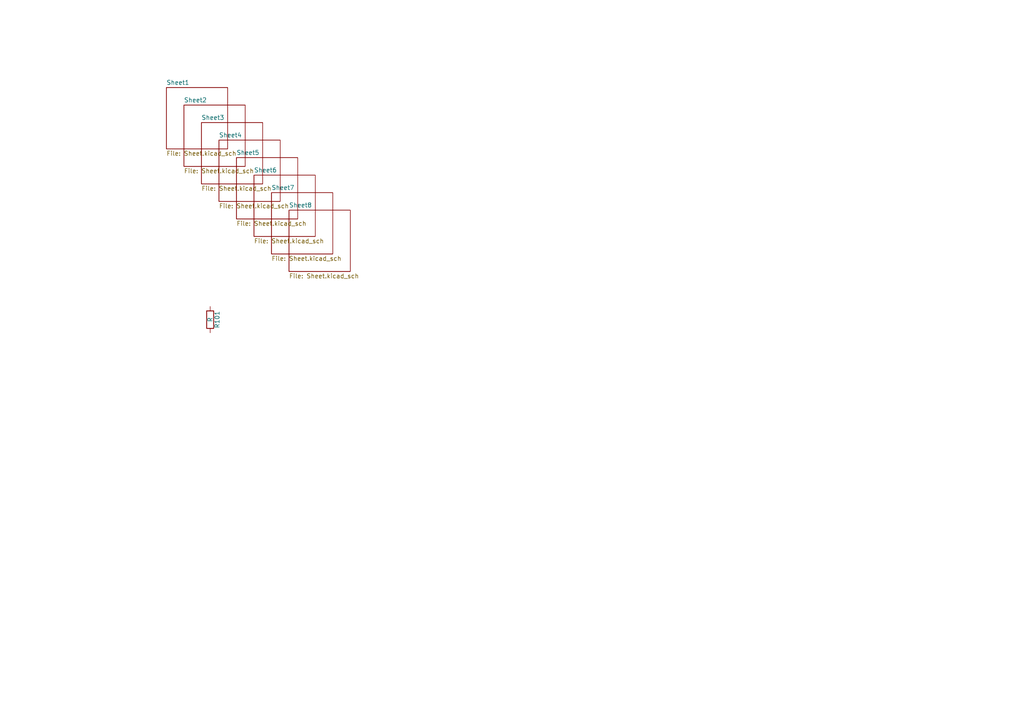
<source format=kicad_sch>
(kicad_sch (version 20211123) (generator eeschema)

  (uuid d0dfd7c1-401d-4f64-8463-f4c0813ac28f)

  (paper "A4")

  (lib_symbols
    (symbol "Device:R" (pin_numbers hide) (pin_names (offset 0)) (in_bom yes) (on_board yes)
      (property "Reference" "R" (id 0) (at 2.032 0 90)
        (effects (font (size 1.27 1.27)))
      )
      (property "Value" "R" (id 1) (at 0 0 90)
        (effects (font (size 1.27 1.27)))
      )
      (property "Footprint" "" (id 2) (at -1.778 0 90)
        (effects (font (size 1.27 1.27)) hide)
      )
      (property "Datasheet" "~" (id 3) (at 0 0 0)
        (effects (font (size 1.27 1.27)) hide)
      )
      (property "ki_keywords" "R res resistor" (id 4) (at 0 0 0)
        (effects (font (size 1.27 1.27)) hide)
      )
      (property "ki_description" "Resistor" (id 5) (at 0 0 0)
        (effects (font (size 1.27 1.27)) hide)
      )
      (property "ki_fp_filters" "R_*" (id 6) (at 0 0 0)
        (effects (font (size 1.27 1.27)) hide)
      )
      (symbol "R_0_1"
        (rectangle (start -1.016 -2.54) (end 1.016 2.54)
          (stroke (width 0.254) (type default) (color 0 0 0 0))
          (fill (type none))
        )
      )
      (symbol "R_1_1"
        (pin passive line (at 0 3.81 270) (length 1.27)
          (name "~" (effects (font (size 1.27 1.27))))
          (number "1" (effects (font (size 1.27 1.27))))
        )
        (pin passive line (at 0 -3.81 90) (length 1.27)
          (name "~" (effects (font (size 1.27 1.27))))
          (number "2" (effects (font (size 1.27 1.27))))
        )
      )
    )
  )


  (symbol (lib_id "Device:R") (at 60.96 92.71 0) (unit 1)
    (in_bom yes) (on_board yes)
    (uuid 6d1d60ff-408a-47a7-892f-c5cf9ef6ca75)
    (property "Reference" "R101" (id 0) (at 62.992 92.71 90))
    (property "Value" "R" (id 1) (at 60.96 92.71 90))
    (property "Footprint" "Resistor_SMD:R_1210_3225Metric_Pad1.30x2.65mm_HandSolder" (id 2) (at 59.182 92.71 90)
      (effects (font (size 1.27 1.27)) hide)
    )
    (property "Datasheet" "~" (id 3) (at 60.96 92.71 0)
      (effects (font (size 1.27 1.27)) hide)
    )
    (pin "1" (uuid e502d1d5-04b0-4d4b-b5c3-8c52d09668e7))
    (pin "2" (uuid 7c04618d-9115-4179-b234-a8faf854ea92))
  )

  (sheet (at 48.26 25.4) (size 17.78 17.78) (fields_autoplaced)
    (stroke (width 0) (type solid) (color 0 0 0 0))
    (fill (color 0 0 0 0.0000))
    (uuid 00000000-0000-0000-0000-00005c66f70d)
    (property "Sheet name" "Sheet1" (id 0) (at 48.26 24.6884 0)
      (effects (font (size 1.27 1.27)) (justify left bottom))
    )
    (property "Sheet file" "Sheet.kicad_sch" (id 1) (at 48.26 43.7646 0)
      (effects (font (size 1.27 1.27)) (justify left top))
    )
  )

  (sheet (at 53.34 30.48) (size 17.78 17.78) (fields_autoplaced)
    (stroke (width 0) (type solid) (color 0 0 0 0))
    (fill (color 0 0 0 0.0000))
    (uuid 00000000-0000-0000-0000-00005c66f723)
    (property "Sheet name" "Sheet2" (id 0) (at 53.34 29.7684 0)
      (effects (font (size 1.27 1.27)) (justify left bottom))
    )
    (property "Sheet file" "Sheet.kicad_sch" (id 1) (at 53.34 48.8446 0)
      (effects (font (size 1.27 1.27)) (justify left top))
    )
  )

  (sheet (at 58.42 35.56) (size 17.78 17.78) (fields_autoplaced)
    (stroke (width 0) (type solid) (color 0 0 0 0))
    (fill (color 0 0 0 0.0000))
    (uuid 00000000-0000-0000-0000-00005c66f730)
    (property "Sheet name" "Sheet3" (id 0) (at 58.42 34.8484 0)
      (effects (font (size 1.27 1.27)) (justify left bottom))
    )
    (property "Sheet file" "Sheet.kicad_sch" (id 1) (at 58.42 53.9246 0)
      (effects (font (size 1.27 1.27)) (justify left top))
    )
  )

  (sheet (at 63.5 40.64) (size 17.78 17.78) (fields_autoplaced)
    (stroke (width 0) (type solid) (color 0 0 0 0))
    (fill (color 0 0 0 0.0000))
    (uuid 00000000-0000-0000-0000-00005c66f732)
    (property "Sheet name" "Sheet4" (id 0) (at 63.5 39.9284 0)
      (effects (font (size 1.27 1.27)) (justify left bottom))
    )
    (property "Sheet file" "Sheet.kicad_sch" (id 1) (at 63.5 59.0046 0)
      (effects (font (size 1.27 1.27)) (justify left top))
    )
  )

  (sheet (at 68.58 45.72) (size 17.78 17.78) (fields_autoplaced)
    (stroke (width 0) (type solid) (color 0 0 0 0))
    (fill (color 0 0 0 0.0000))
    (uuid 00000000-0000-0000-0000-00005c66f753)
    (property "Sheet name" "Sheet5" (id 0) (at 68.58 45.0084 0)
      (effects (font (size 1.27 1.27)) (justify left bottom))
    )
    (property "Sheet file" "Sheet.kicad_sch" (id 1) (at 68.58 64.0846 0)
      (effects (font (size 1.27 1.27)) (justify left top))
    )
  )

  (sheet (at 73.66 50.8) (size 17.78 17.78) (fields_autoplaced)
    (stroke (width 0) (type solid) (color 0 0 0 0))
    (fill (color 0 0 0 0.0000))
    (uuid 00000000-0000-0000-0000-00005c66f755)
    (property "Sheet name" "Sheet6" (id 0) (at 73.66 50.0884 0)
      (effects (font (size 1.27 1.27)) (justify left bottom))
    )
    (property "Sheet file" "Sheet.kicad_sch" (id 1) (at 73.66 69.1646 0)
      (effects (font (size 1.27 1.27)) (justify left top))
    )
  )

  (sheet (at 78.74 55.88) (size 17.78 17.78) (fields_autoplaced)
    (stroke (width 0) (type solid) (color 0 0 0 0))
    (fill (color 0 0 0 0.0000))
    (uuid 00000000-0000-0000-0000-00005c66f757)
    (property "Sheet name" "Sheet7" (id 0) (at 78.74 55.1684 0)
      (effects (font (size 1.27 1.27)) (justify left bottom))
    )
    (property "Sheet file" "Sheet.kicad_sch" (id 1) (at 78.74 74.2446 0)
      (effects (font (size 1.27 1.27)) (justify left top))
    )
  )

  (sheet (at 83.82 60.96) (size 17.78 17.78) (fields_autoplaced)
    (stroke (width 0) (type solid) (color 0 0 0 0))
    (fill (color 0 0 0 0.0000))
    (uuid 00000000-0000-0000-0000-00005c66f759)
    (property "Sheet name" "Sheet8" (id 0) (at 83.82 60.2484 0)
      (effects (font (size 1.27 1.27)) (justify left bottom))
    )
    (property "Sheet file" "Sheet.kicad_sch" (id 1) (at 83.82 79.3246 0)
      (effects (font (size 1.27 1.27)) (justify left top))
    )
  )

  (sheet_instances
    (path "/" (page "1"))
    (path "/00000000-0000-0000-0000-00005c66f70d" (page "2"))
    (path "/00000000-0000-0000-0000-00005c66f723" (page "3"))
    (path "/00000000-0000-0000-0000-00005c66f730" (page "4"))
    (path "/00000000-0000-0000-0000-00005c66f732" (page "5"))
    (path "/00000000-0000-0000-0000-00005c66f753" (page "6"))
    (path "/00000000-0000-0000-0000-00005c66f755" (page "7"))
    (path "/00000000-0000-0000-0000-00005c66f757" (page "8"))
    (path "/00000000-0000-0000-0000-00005c66f759" (page "9"))
  )

  (symbol_instances
    (path "/6d1d60ff-408a-47a7-892f-c5cf9ef6ca75"
      (reference "R101") (unit 1) (value "R") (footprint "Resistor_SMD:R_1210_3225Metric_Pad1.30x2.65mm_HandSolder")
    )
    (path "/00000000-0000-0000-0000-00005c66f70d/00000000-0000-0000-0000-00005c66f7b3"
      (reference "R201") (unit 1) (value "1k") (footprint "Passives:R1206M")
    )
    (path "/00000000-0000-0000-0000-00005c66f70d/00000000-0000-0000-0000-00005c66f845"
      (reference "R202") (unit 1) (value "1k") (footprint "Passives:R1206M")
    )
    (path "/00000000-0000-0000-0000-00005c66f70d/00000000-0000-0000-0000-00005c66f85d"
      (reference "R203") (unit 1) (value "1k") (footprint "Passives:R1206M")
    )
    (path "/00000000-0000-0000-0000-00005c66f70d/00000000-0000-0000-0000-00005c66f87b"
      (reference "R204") (unit 1) (value "1k") (footprint "Passives:R1206M")
    )
    (path "/00000000-0000-0000-0000-00005c66f70d/00000000-0000-0000-0000-00005c66f897"
      (reference "R205") (unit 1) (value "1k") (footprint "Passives:R1206M")
    )
    (path "/00000000-0000-0000-0000-00005c66f70d/00000000-0000-0000-0000-00005c66f8d7"
      (reference "R206") (unit 1) (value "1k") (footprint "Passives:R1206M")
    )
    (path "/00000000-0000-0000-0000-00005c66f70d/00000000-0000-0000-0000-00005c66f8fb"
      (reference "R207") (unit 1) (value "1k") (footprint "Passives:R1206M")
    )
    (path "/00000000-0000-0000-0000-00005c66f70d/00000000-0000-0000-0000-00005c66f921"
      (reference "R208") (unit 1) (value "1k") (footprint "Passives:R1206M")
    )
    (path "/00000000-0000-0000-0000-00005c66f723/00000000-0000-0000-0000-00005c66f7b3"
      (reference "R301") (unit 1) (value "1k") (footprint "Passives:R1206M")
    )
    (path "/00000000-0000-0000-0000-00005c66f723/00000000-0000-0000-0000-00005c66f845"
      (reference "R302") (unit 1) (value "1k") (footprint "Passives:R1206M")
    )
    (path "/00000000-0000-0000-0000-00005c66f723/00000000-0000-0000-0000-00005c66f85d"
      (reference "R303") (unit 1) (value "1k") (footprint "Passives:R1206M")
    )
    (path "/00000000-0000-0000-0000-00005c66f723/00000000-0000-0000-0000-00005c66f87b"
      (reference "R304") (unit 1) (value "1k") (footprint "Passives:R1206M")
    )
    (path "/00000000-0000-0000-0000-00005c66f723/00000000-0000-0000-0000-00005c66f897"
      (reference "R305") (unit 1) (value "1k") (footprint "Passives:R1206M")
    )
    (path "/00000000-0000-0000-0000-00005c66f723/00000000-0000-0000-0000-00005c66f8d7"
      (reference "R306") (unit 1) (value "1k") (footprint "Passives:R1206M")
    )
    (path "/00000000-0000-0000-0000-00005c66f723/00000000-0000-0000-0000-00005c66f8fb"
      (reference "R307") (unit 1) (value "1k") (footprint "Passives:R1206M")
    )
    (path "/00000000-0000-0000-0000-00005c66f723/00000000-0000-0000-0000-00005c66f921"
      (reference "R308") (unit 1) (value "1k") (footprint "Passives:R1206M")
    )
    (path "/00000000-0000-0000-0000-00005c66f730/00000000-0000-0000-0000-00005c66f7b3"
      (reference "R401") (unit 1) (value "1k") (footprint "Passives:R1206M")
    )
    (path "/00000000-0000-0000-0000-00005c66f730/00000000-0000-0000-0000-00005c66f845"
      (reference "R402") (unit 1) (value "1k") (footprint "Passives:R1206M")
    )
    (path "/00000000-0000-0000-0000-00005c66f730/00000000-0000-0000-0000-00005c66f85d"
      (reference "R403") (unit 1) (value "1k") (footprint "Passives:R1206M")
    )
    (path "/00000000-0000-0000-0000-00005c66f730/00000000-0000-0000-0000-00005c66f87b"
      (reference "R404") (unit 1) (value "1k") (footprint "Passives:R1206M")
    )
    (path "/00000000-0000-0000-0000-00005c66f730/00000000-0000-0000-0000-00005c66f897"
      (reference "R405") (unit 1) (value "1k") (footprint "Passives:R1206M")
    )
    (path "/00000000-0000-0000-0000-00005c66f730/00000000-0000-0000-0000-00005c66f8d7"
      (reference "R406") (unit 1) (value "1k") (footprint "Passives:R1206M")
    )
    (path "/00000000-0000-0000-0000-00005c66f730/00000000-0000-0000-0000-00005c66f8fb"
      (reference "R407") (unit 1) (value "1k") (footprint "Passives:R1206M")
    )
    (path "/00000000-0000-0000-0000-00005c66f730/00000000-0000-0000-0000-00005c66f921"
      (reference "R408") (unit 1) (value "1k") (footprint "Passives:R1206M")
    )
    (path "/00000000-0000-0000-0000-00005c66f732/00000000-0000-0000-0000-00005c66f7b3"
      (reference "R501") (unit 1) (value "1k") (footprint "Passives:R1206M")
    )
    (path "/00000000-0000-0000-0000-00005c66f732/00000000-0000-0000-0000-00005c66f845"
      (reference "R502") (unit 1) (value "1k") (footprint "Passives:R1206M")
    )
    (path "/00000000-0000-0000-0000-00005c66f732/00000000-0000-0000-0000-00005c66f85d"
      (reference "R503") (unit 1) (value "1k") (footprint "Passives:R1206M")
    )
    (path "/00000000-0000-0000-0000-00005c66f732/00000000-0000-0000-0000-00005c66f87b"
      (reference "R504") (unit 1) (value "1k") (footprint "Passives:R1206M")
    )
    (path "/00000000-0000-0000-0000-00005c66f732/00000000-0000-0000-0000-00005c66f897"
      (reference "R505") (unit 1) (value "1k") (footprint "Passives:R1206M")
    )
    (path "/00000000-0000-0000-0000-00005c66f732/00000000-0000-0000-0000-00005c66f8d7"
      (reference "R506") (unit 1) (value "1k") (footprint "Passives:R1206M")
    )
    (path "/00000000-0000-0000-0000-00005c66f732/00000000-0000-0000-0000-00005c66f8fb"
      (reference "R507") (unit 1) (value "1k") (footprint "Passives:R1206M")
    )
    (path "/00000000-0000-0000-0000-00005c66f732/00000000-0000-0000-0000-00005c66f921"
      (reference "R508") (unit 1) (value "1k") (footprint "Passives:R1206M")
    )
    (path "/00000000-0000-0000-0000-00005c66f753/00000000-0000-0000-0000-00005c66f7b3"
      (reference "R601") (unit 1) (value "1k") (footprint "Passives:R1206M")
    )
    (path "/00000000-0000-0000-0000-00005c66f753/00000000-0000-0000-0000-00005c66f845"
      (reference "R602") (unit 1) (value "1k") (footprint "Passives:R1206M")
    )
    (path "/00000000-0000-0000-0000-00005c66f753/00000000-0000-0000-0000-00005c66f85d"
      (reference "R603") (unit 1) (value "1k") (footprint "Passives:R1206M")
    )
    (path "/00000000-0000-0000-0000-00005c66f753/00000000-0000-0000-0000-00005c66f87b"
      (reference "R604") (unit 1) (value "1k") (footprint "Passives:R1206M")
    )
    (path "/00000000-0000-0000-0000-00005c66f753/00000000-0000-0000-0000-00005c66f897"
      (reference "R605") (unit 1) (value "1k") (footprint "Passives:R1206M")
    )
    (path "/00000000-0000-0000-0000-00005c66f753/00000000-0000-0000-0000-00005c66f8d7"
      (reference "R606") (unit 1) (value "1k") (footprint "Passives:R1206M")
    )
    (path "/00000000-0000-0000-0000-00005c66f753/00000000-0000-0000-0000-00005c66f8fb"
      (reference "R607") (unit 1) (value "1k") (footprint "Passives:R1206M")
    )
    (path "/00000000-0000-0000-0000-00005c66f753/00000000-0000-0000-0000-00005c66f921"
      (reference "R608") (unit 1) (value "1k") (footprint "Passives:R1206M")
    )
    (path "/00000000-0000-0000-0000-00005c66f755/00000000-0000-0000-0000-00005c66f7b3"
      (reference "R701") (unit 1) (value "1k") (footprint "Passives:R1206M")
    )
    (path "/00000000-0000-0000-0000-00005c66f755/00000000-0000-0000-0000-00005c66f845"
      (reference "R702") (unit 1) (value "1k") (footprint "Passives:R1206M")
    )
    (path "/00000000-0000-0000-0000-00005c66f755/00000000-0000-0000-0000-00005c66f85d"
      (reference "R703") (unit 1) (value "1k") (footprint "Passives:R1206M")
    )
    (path "/00000000-0000-0000-0000-00005c66f755/00000000-0000-0000-0000-00005c66f87b"
      (reference "R704") (unit 1) (value "1k") (footprint "Passives:R1206M")
    )
    (path "/00000000-0000-0000-0000-00005c66f755/00000000-0000-0000-0000-00005c66f897"
      (reference "R705") (unit 1) (value "1k") (footprint "Passives:R1206M")
    )
    (path "/00000000-0000-0000-0000-00005c66f755/00000000-0000-0000-0000-00005c66f8d7"
      (reference "R706") (unit 1) (value "1k") (footprint "Passives:R1206M")
    )
    (path "/00000000-0000-0000-0000-00005c66f755/00000000-0000-0000-0000-00005c66f8fb"
      (reference "R707") (unit 1) (value "1k") (footprint "Passives:R1206M")
    )
    (path "/00000000-0000-0000-0000-00005c66f755/00000000-0000-0000-0000-00005c66f921"
      (reference "R708") (unit 1) (value "1k") (footprint "Passives:R1206M")
    )
    (path "/00000000-0000-0000-0000-00005c66f757/00000000-0000-0000-0000-00005c66f7b3"
      (reference "R801") (unit 1) (value "1k") (footprint "Passives:R1206M")
    )
    (path "/00000000-0000-0000-0000-00005c66f757/00000000-0000-0000-0000-00005c66f845"
      (reference "R802") (unit 1) (value "1k") (footprint "Passives:R1206M")
    )
    (path "/00000000-0000-0000-0000-00005c66f757/00000000-0000-0000-0000-00005c66f85d"
      (reference "R803") (unit 1) (value "1k") (footprint "Passives:R1206M")
    )
    (path "/00000000-0000-0000-0000-00005c66f757/00000000-0000-0000-0000-00005c66f87b"
      (reference "R804") (unit 1) (value "1k") (footprint "Passives:R1206M")
    )
    (path "/00000000-0000-0000-0000-00005c66f757/00000000-0000-0000-0000-00005c66f897"
      (reference "R805") (unit 1) (value "1k") (footprint "Passives:R1206M")
    )
    (path "/00000000-0000-0000-0000-00005c66f757/00000000-0000-0000-0000-00005c66f8d7"
      (reference "R806") (unit 1) (value "1k") (footprint "Passives:R1206M")
    )
    (path "/00000000-0000-0000-0000-00005c66f757/00000000-0000-0000-0000-00005c66f8fb"
      (reference "R807") (unit 1) (value "1k") (footprint "Passives:R1206M")
    )
    (path "/00000000-0000-0000-0000-00005c66f757/00000000-0000-0000-0000-00005c66f921"
      (reference "R808") (unit 1) (value "1k") (footprint "Passives:R1206M")
    )
    (path "/00000000-0000-0000-0000-00005c66f759/00000000-0000-0000-0000-00005c66f7b3"
      (reference "R901") (unit 1) (value "1k") (footprint "Passives:R1206M")
    )
    (path "/00000000-0000-0000-0000-00005c66f759/00000000-0000-0000-0000-00005c66f845"
      (reference "R902") (unit 1) (value "1k") (footprint "Passives:R1206M")
    )
    (path "/00000000-0000-0000-0000-00005c66f759/00000000-0000-0000-0000-00005c66f85d"
      (reference "R903") (unit 1) (value "1k") (footprint "Passives:R1206M")
    )
    (path "/00000000-0000-0000-0000-00005c66f759/00000000-0000-0000-0000-00005c66f87b"
      (reference "R904") (unit 1) (value "1k") (footprint "Passives:R1206M")
    )
    (path "/00000000-0000-0000-0000-00005c66f759/00000000-0000-0000-0000-00005c66f897"
      (reference "R905") (unit 1) (value "1k") (footprint "Passives:R1206M")
    )
    (path "/00000000-0000-0000-0000-00005c66f759/00000000-0000-0000-0000-00005c66f8d7"
      (reference "R906") (unit 1) (value "1k") (footprint "Passives:R1206M")
    )
    (path "/00000000-0000-0000-0000-00005c66f759/00000000-0000-0000-0000-00005c66f8fb"
      (reference "R907") (unit 1) (value "1k") (footprint "Passives:R1206M")
    )
    (path "/00000000-0000-0000-0000-00005c66f759/00000000-0000-0000-0000-00005c66f921"
      (reference "R908") (unit 1) (value "1k") (footprint "Passives:R1206M")
    )
  )
)

</source>
